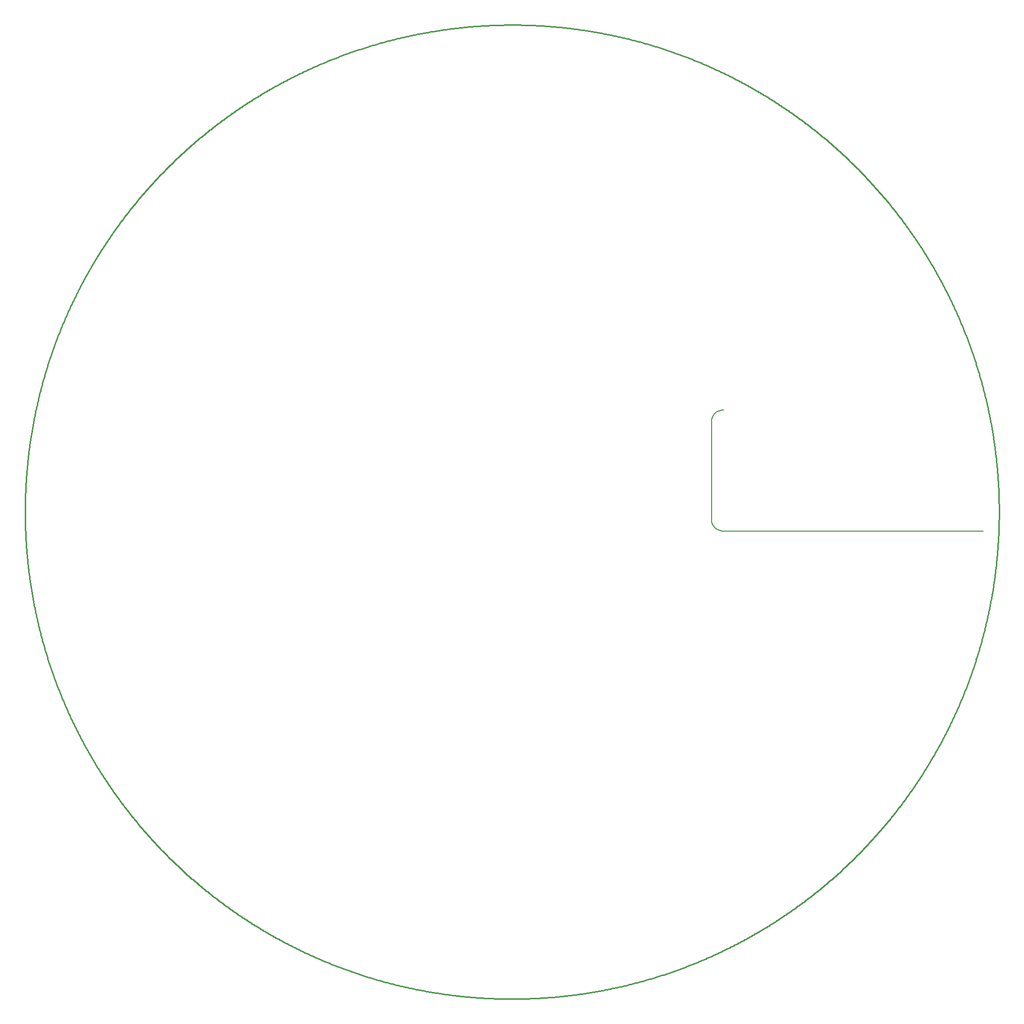
<source format=gko>
%FSLAX44Y44*%
%MOMM*%
G71*
G01*
G75*
G04 Layer_Color=16711935*
%ADD10C,0.2540*%
%ADD11C,4.5720*%
%ADD12C,1.2700*%
%ADD13C,6.3500*%
%ADD14C,3.8100*%
%ADD15C,5.0800*%
%ADD16C,3.0000*%
%ADD17C,2.1590*%
%ADD18R,2.1590X2.1590*%
%ADD19R,2.1590X2.1590*%
%ADD20R,3.0000X3.0000*%
%ADD21R,3.0000X3.0000*%
%ADD22C,5.0000*%
%ADD23C,4.5000*%
%ADD24O,4.0000X5.0000*%
%ADD25C,4.0000*%
%ADD26C,3.8100*%
%ADD27C,5.0800*%
%ADD28C,4.5720*%
%ADD29C,2.1590*%
%ADD30C,3.5560*%
%ADD31C,0.7620*%
%ADD32C,2.7940*%
%ADD33C,5.5880*%
%ADD34C,5.5800*%
%ADD35C,2.5400*%
%ADD36R,49.3776X21.0058*%
%ADD37C,0.2032*%
D10*
X3771900Y2540000D02*
X3771896Y2542540D01*
X3771885Y2545079D01*
X3771866Y2547619D01*
X3771839Y2550158D01*
X3771805Y2552697D01*
X3771763Y2555237D01*
X3771714Y2557776D01*
X3771657Y2560315D01*
X3771593Y2562853D01*
X3771521Y2565392D01*
X3771441Y2567930D01*
X3771354Y2570468D01*
X3771259Y2573006D01*
X3771157Y2575544D01*
X3771046Y2578081D01*
X3770929Y2580618D01*
X3770804Y2583154D01*
X3770671Y2585690D01*
X3770531Y2588226D01*
X3770383Y2590761D01*
X3770227Y2593296D01*
X3770064Y2595830D01*
X3769894Y2598364D01*
X3769716Y2600898D01*
X3769530Y2603430D01*
X3769337Y2605963D01*
X3769136Y2608494D01*
X3768927Y2611025D01*
X3768712Y2613555D01*
X3768488Y2616085D01*
X3768257Y2618614D01*
X3768018Y2621142D01*
X3767772Y2623670D01*
X3767518Y2626197D01*
X3767257Y2628723D01*
X3766988Y2631248D01*
X3766712Y2633773D01*
X3766428Y2636296D01*
X3766136Y2638819D01*
X3765837Y2641341D01*
X3765531Y2643862D01*
X3765217Y2646382D01*
X3764895Y2648901D01*
X3764566Y2651419D01*
X3764229Y2653936D01*
X3763885Y2656453D01*
X3763533Y2658968D01*
X3763174Y2661482D01*
X3762807Y2663995D01*
X3762433Y2666507D01*
X3762051Y2669017D01*
X3761662Y2671527D01*
X3761266Y2674035D01*
X3760862Y2676542D01*
X3760450Y2679048D01*
X3760031Y2681553D01*
X3759604Y2684056D01*
X3759170Y2686559D01*
X3758728Y2689059D01*
X3758279Y2691559D01*
X3757823Y2694057D01*
X3757358Y2696554D01*
X3756887Y2699049D01*
X3756408Y2701544D01*
X3755922Y2704036D01*
X3755428Y2706527D01*
X3754926Y2709017D01*
X3754418Y2711505D01*
X3753902Y2713991D01*
X3753378Y2716476D01*
X3752847Y2718960D01*
X3752309Y2721442D01*
X3751763Y2723922D01*
X3751210Y2726400D01*
X3750649Y2728877D01*
X3750081Y2731353D01*
X3749506Y2733826D01*
X3748923Y2736298D01*
X3748333Y2738768D01*
X3747735Y2741236D01*
X3747130Y2743703D01*
X3746518Y2746167D01*
X3745898Y2748630D01*
X3745272Y2751091D01*
X3744637Y2753550D01*
X3743995Y2756007D01*
X3743346Y2758463D01*
X3742690Y2760916D01*
X3742026Y2763367D01*
X3741355Y2765816D01*
X3740677Y2768264D01*
X3739991Y2770709D01*
X3739298Y2773152D01*
X3738598Y2775593D01*
X3737891Y2778032D01*
X3737176Y2780469D01*
X3736454Y2782904D01*
X3735724Y2785336D01*
X3734988Y2787767D01*
X3734244Y2790195D01*
X3733493Y2792621D01*
X3732734Y2795045D01*
X3731969Y2797466D01*
X3731196Y2799885D01*
X3730416Y2802302D01*
X3729628Y2804716D01*
X3728834Y2807129D01*
X3728032Y2809538D01*
X3727223Y2811945D01*
X3726407Y2814350D01*
X3725584Y2816753D01*
X3724753Y2819153D01*
X3723916Y2821550D01*
X3723071Y2823945D01*
X3722219Y2826338D01*
X3721360Y2828727D01*
X3720494Y2831115D01*
X3719621Y2833499D01*
X3718740Y2835881D01*
X3717852Y2838261D01*
X3716958Y2840638D01*
X3716056Y2843012D01*
X3715147Y2845383D01*
X3714231Y2847752D01*
X3713308Y2850117D01*
X3712378Y2852481D01*
X3711441Y2854841D01*
X3710497Y2857199D01*
X3709546Y2859554D01*
X3708587Y2861905D01*
X3707622Y2864254D01*
X3706650Y2866600D01*
X3705670Y2868943D01*
X3704684Y2871284D01*
X3703691Y2873621D01*
X3702691Y2875955D01*
X3701683Y2878286D01*
X3700669Y2880615D01*
X3699648Y2882940D01*
X3698620Y2885262D01*
X3697585Y2887581D01*
X3696543Y2889897D01*
X3695494Y2892210D01*
X3694438Y2894520D01*
X3693376Y2896826D01*
X3692306Y2899130D01*
X3691230Y2901430D01*
X3690146Y2903727D01*
X3689056Y2906021D01*
X3687959Y2908311D01*
X3686855Y2910598D01*
X3685745Y2912882D01*
X3684627Y2915162D01*
X3683503Y2917440D01*
X3682372Y2919713D01*
X3681234Y2921984D01*
X3680089Y2924251D01*
X3678938Y2926514D01*
X3677780Y2928774D01*
X3676615Y2931031D01*
X3675443Y2933284D01*
X3674265Y2935534D01*
X3673080Y2937780D01*
X3671888Y2940022D01*
X3670690Y2942261D01*
X3669484Y2944497D01*
X3668272Y2946729D01*
X3667054Y2948957D01*
X3665829Y2951181D01*
X3664597Y2953402D01*
X3663358Y2955619D01*
X3662114Y2957833D01*
X3660862Y2960042D01*
X3659604Y2962248D01*
X3658339Y2964450D01*
X3657067Y2966649D01*
X3655789Y2968843D01*
X3654505Y2971034D01*
X3653214Y2973221D01*
X3651916Y2975404D01*
X3650612Y2977583D01*
X3649301Y2979758D01*
X3647984Y2981930D01*
X3646660Y2984097D01*
X3645331Y2986260D01*
X3643994Y2988420D01*
X3642651Y2990575D01*
X3641302Y2992727D01*
X3639946Y2994874D01*
X3638583Y2997017D01*
X3637215Y2999156D01*
X3635840Y3001292D01*
X3634458Y3003423D01*
X3633071Y3005550D01*
X3631677Y3007672D01*
X3630276Y3009791D01*
X3628869Y3011905D01*
X3627456Y3014015D01*
X3626037Y3016121D01*
X3624611Y3018223D01*
X3623179Y3020320D01*
X3621741Y3022413D01*
X3620297Y3024502D01*
X3618846Y3026587D01*
X3617389Y3028667D01*
X3615926Y3030742D01*
X3614456Y3032814D01*
X3612981Y3034881D01*
X3611500Y3036943D01*
X3610012Y3039001D01*
X3608518Y3041055D01*
X3607018Y3043104D01*
X3605511Y3045149D01*
X3603999Y3047189D01*
X3602481Y3049225D01*
X3600956Y3051256D01*
X3599426Y3053282D01*
X3597889Y3055304D01*
X3596347Y3057322D01*
X3594798Y3059335D01*
X3593243Y3061343D01*
X3591683Y3063346D01*
X3590116Y3065345D01*
X3588543Y3067339D01*
X3586965Y3069328D01*
X3585381Y3071313D01*
X3583790Y3073293D01*
X3582194Y3075268D01*
X3580592Y3077238D01*
X3578983Y3079204D01*
X3577370Y3081165D01*
X3575750Y3083121D01*
X3574124Y3085072D01*
X3572493Y3087018D01*
X3570856Y3088960D01*
X3569213Y3090896D01*
X3567564Y3092827D01*
X3565909Y3094754D01*
X3564249Y3096676D01*
X3562583Y3098593D01*
X3560911Y3100504D01*
X3559233Y3102411D01*
X3557550Y3104313D01*
X3555862Y3106209D01*
X3554167Y3108101D01*
X3552467Y3109987D01*
X3550761Y3111869D01*
X3549050Y3113745D01*
X3547332Y3115616D01*
X3545610Y3117482D01*
X3543882Y3119343D01*
X3542148Y3121199D01*
X3540409Y3123050D01*
X3538664Y3124895D01*
X3536914Y3126735D01*
X3535158Y3128570D01*
X3533397Y3130399D01*
X3531630Y3132224D01*
X3529858Y3134043D01*
X3528081Y3135857D01*
X3526298Y3137665D01*
X3524509Y3139468D01*
X3522715Y3141266D01*
X3520916Y3143058D01*
X3519112Y3144845D01*
X3517302Y3146627D01*
X3515487Y3148403D01*
X3513667Y3150174D01*
X3511841Y3151939D01*
X3510010Y3153699D01*
X3508174Y3155453D01*
X3506332Y3157202D01*
X3504486Y3158946D01*
X3502634Y3160684D01*
X3500777Y3162416D01*
X3498915Y3164142D01*
X3497047Y3165864D01*
X3495175Y3167579D01*
X3493297Y3169289D01*
X3491415Y3170994D01*
X3489527Y3172692D01*
X3487634Y3174385D01*
X3485736Y3176073D01*
X3483833Y3177755D01*
X3481925Y3179431D01*
X3480012Y3181101D01*
X3478094Y3182766D01*
X3476172Y3184425D01*
X3474244Y3186078D01*
X3472311Y3187725D01*
X3470373Y3189367D01*
X3468430Y3191003D01*
X3466483Y3192632D01*
X3464531Y3194257D01*
X3462574Y3195875D01*
X3460612Y3197487D01*
X3458645Y3199094D01*
X3456673Y3200695D01*
X3454697Y3202289D01*
X3452716Y3203878D01*
X3450730Y3205461D01*
X3448739Y3207038D01*
X3446744Y3208610D01*
X3444744Y3210175D01*
X3442740Y3211734D01*
X3440730Y3213287D01*
X3438716Y3214834D01*
X3436698Y3216375D01*
X3434675Y3217910D01*
X3432647Y3219439D01*
X3430615Y3220962D01*
X3428578Y3222479D01*
X3426537Y3223990D01*
X3424491Y3225494D01*
X3422440Y3226993D01*
X3420386Y3228485D01*
X3418326Y3229972D01*
X3416263Y3231452D01*
X3414195Y3232926D01*
X3412122Y3234393D01*
X3410045Y3235855D01*
X3407964Y3237310D01*
X3405879Y3238759D01*
X3403789Y3240202D01*
X3401695Y3241639D01*
X3399596Y3243069D01*
X3397493Y3244493D01*
X3395386Y3245911D01*
X3393275Y3247323D01*
X3391160Y3248728D01*
X3389040Y3250127D01*
X3386917Y3251519D01*
X3384789Y3252905D01*
X3382657Y3254285D01*
X3380521Y3255659D01*
X3378380Y3257026D01*
X3376236Y3258386D01*
X3374088Y3259741D01*
X3371935Y3261088D01*
X3369779Y3262430D01*
X3367618Y3263765D01*
X3365454Y3265093D01*
X3363286Y3266415D01*
X3361113Y3267730D01*
X3358937Y3269040D01*
X3356757Y3270342D01*
X3354573Y3271638D01*
X3352385Y3272928D01*
X3350193Y3274211D01*
X3347998Y3275487D01*
X3345798Y3276757D01*
X3343595Y3278020D01*
X3341389Y3279276D01*
X3339178Y3280526D01*
X3336964Y3281770D01*
X3334745Y3283007D01*
X3332523Y3284237D01*
X3330298Y3285460D01*
X3328069Y3286677D01*
X3325836Y3287887D01*
X3323600Y3289091D01*
X3321360Y3290287D01*
X3319117Y3291478D01*
X3316870Y3292661D01*
X3314619Y3293838D01*
X3312365Y3295008D01*
X3310108Y3296171D01*
X3307847Y3297328D01*
X3305583Y3298477D01*
X3303315Y3299620D01*
X3301043Y3300757D01*
X3298769Y3301886D01*
X3296491Y3303008D01*
X3294209Y3304124D01*
X3291925Y3305233D01*
X3289637Y3306335D01*
X3287346Y3307430D01*
X3285051Y3308519D01*
X3282754Y3309600D01*
X3280453Y3310675D01*
X3278148Y3311743D01*
X3275841Y3312804D01*
X3273531Y3313858D01*
X3271217Y3314905D01*
X3268900Y3315945D01*
X3266581Y3316978D01*
X3264258Y3318004D01*
X3261932Y3319024D01*
X3259603Y3320036D01*
X3257271Y3321042D01*
X3254936Y3322040D01*
X3252598Y3323032D01*
X3250257Y3324016D01*
X3247913Y3324994D01*
X3245566Y3325964D01*
X3243217Y3326928D01*
X3240864Y3327885D01*
X3238509Y3328834D01*
X3236151Y3329776D01*
X3233790Y3330712D01*
X3231426Y3331640D01*
X3229059Y3332561D01*
X3226690Y3333475D01*
X3224318Y3334382D01*
X3221943Y3335282D01*
X3219566Y3336175D01*
X3217186Y3337061D01*
X3214803Y3337939D01*
X3212418Y3338811D01*
X3210030Y3339676D01*
X3207640Y3340533D01*
X3205247Y3341383D01*
X3202851Y3342226D01*
X3200453Y3343062D01*
X3198053Y3343890D01*
X3195650Y3344712D01*
X3193244Y3345526D01*
X3190836Y3346333D01*
X3188426Y3347133D01*
X3186013Y3347926D01*
X3183599Y3348711D01*
X3181181Y3349489D01*
X3178762Y3350261D01*
X3176340Y3351024D01*
X3173915Y3351781D01*
X3171489Y3352530D01*
X3169060Y3353272D01*
X3166630Y3354007D01*
X3164196Y3354734D01*
X3161761Y3355455D01*
X3159324Y3356168D01*
X3156884Y3356873D01*
X3154443Y3357572D01*
X3151999Y3358263D01*
X3149553Y3358947D01*
X3147105Y3359623D01*
X3144656Y3360292D01*
X3142204Y3360954D01*
X3139750Y3361609D01*
X3137295Y3362256D01*
X3134837Y3362896D01*
X3132378Y3363528D01*
X3129916Y3364154D01*
X3127453Y3364771D01*
X3124988Y3365382D01*
X3122521Y3365985D01*
X3120052Y3366581D01*
X3117582Y3367169D01*
X3115110Y3367750D01*
X3112636Y3368323D01*
X3110160Y3368890D01*
X3107683Y3369449D01*
X3105204Y3370000D01*
X3102723Y3370544D01*
X3100241Y3371080D01*
X3097758Y3371609D01*
X3095272Y3372131D01*
X3092785Y3372645D01*
X3090297Y3373152D01*
X3087807Y3373651D01*
X3085316Y3374143D01*
X3082823Y3374628D01*
X3080328Y3375105D01*
X3077833Y3375575D01*
X3075335Y3376037D01*
X3072837Y3376491D01*
X3070337Y3376939D01*
X3067836Y3377379D01*
X3065334Y3377811D01*
X3062830Y3378235D01*
X3060325Y3378653D01*
X3057819Y3379063D01*
X3055311Y3379465D01*
X3052803Y3379860D01*
X3050293Y3380247D01*
X3047782Y3380627D01*
X3045270Y3380999D01*
X3042757Y3381364D01*
X3040242Y3381721D01*
X3037727Y3382071D01*
X3035211Y3382414D01*
X3032693Y3382748D01*
X3030175Y3383076D01*
X3027656Y3383395D01*
X3025135Y3383708D01*
X3022614Y3384012D01*
X3020092Y3384309D01*
X3017569Y3384599D01*
X3015045Y3384881D01*
X3012521Y3385156D01*
X3009995Y3385422D01*
X3007469Y3385682D01*
X3004942Y3385934D01*
X3002414Y3386178D01*
X2999886Y3386415D01*
X2997357Y3386644D01*
X2994827Y3386866D01*
X2992296Y3387080D01*
X2989765Y3387286D01*
X2987234Y3387485D01*
X2984701Y3387677D01*
X2982169Y3387861D01*
X2979635Y3388037D01*
X2977101Y3388206D01*
X2974567Y3388367D01*
X2972032Y3388521D01*
X2969496Y3388666D01*
X2966961Y3388805D01*
X2964425Y3388936D01*
X2961888Y3389059D01*
X2959351Y3389174D01*
X2956814Y3389283D01*
X2954277Y3389383D01*
X2951739Y3389476D01*
X2949201Y3389561D01*
X2946662Y3389639D01*
X2944124Y3389709D01*
X2941585Y3389772D01*
X2939046Y3389827D01*
X2936507Y3389875D01*
X2933968Y3389914D01*
X2931429Y3389947D01*
X2928889Y3389971D01*
X2926350Y3389988D01*
X2923810Y3389998D01*
X2921271Y3390000D01*
X2918731Y3389994D01*
X2916192Y3389981D01*
X2913652Y3389960D01*
X2911113Y3389932D01*
X2908574Y3389896D01*
X2906035Y3389852D01*
X2903495Y3389801D01*
X2900957Y3389742D01*
X2898418Y3389676D01*
X2895880Y3389602D01*
X2893341Y3389520D01*
X2890804Y3389431D01*
X2888266Y3389334D01*
X2885728Y3389230D01*
X2883191Y3389118D01*
X2880655Y3388999D01*
X2878118Y3388872D01*
X2875582Y3388737D01*
X2873047Y3388595D01*
X2870512Y3388445D01*
X2867977Y3388288D01*
X2865443Y3388123D01*
X2862909Y3387950D01*
X2860376Y3387770D01*
X2857844Y3387583D01*
X2855312Y3387388D01*
X2852780Y3387185D01*
X2850249Y3386975D01*
X2847719Y3386757D01*
X2845190Y3386531D01*
X2842661Y3386299D01*
X2840133Y3386058D01*
X2837605Y3385810D01*
X2835079Y3385554D01*
X2832553Y3385291D01*
X2830028Y3385020D01*
X2827504Y3384742D01*
X2824980Y3384456D01*
X2822458Y3384163D01*
X2819936Y3383862D01*
X2817415Y3383554D01*
X2814896Y3383238D01*
X2812377Y3382914D01*
X2809859Y3382583D01*
X2807342Y3382245D01*
X2804826Y3381899D01*
X2802311Y3381545D01*
X2799798Y3381184D01*
X2797285Y3380816D01*
X2794774Y3380440D01*
X2792263Y3380056D01*
X2789754Y3379665D01*
X2787246Y3379266D01*
X2784739Y3378860D01*
X2782234Y3378447D01*
X2779729Y3378026D01*
X2777226Y3377597D01*
X2774724Y3377161D01*
X2772224Y3376718D01*
X2769724Y3376267D01*
X2767227Y3375809D01*
X2764730Y3375343D01*
X2762235Y3374870D01*
X2759742Y3374389D01*
X2757249Y3373900D01*
X2754759Y3373405D01*
X2752270Y3372902D01*
X2749782Y3372391D01*
X2747296Y3371873D01*
X2744811Y3371348D01*
X2742328Y3370815D01*
X2739847Y3370275D01*
X2737367Y3369727D01*
X2734889Y3369172D01*
X2732412Y3368610D01*
X2729938Y3368040D01*
X2727465Y3367463D01*
X2724993Y3366878D01*
X2722524Y3366286D01*
X2720056Y3365687D01*
X2717590Y3365080D01*
X2715126Y3364466D01*
X2712664Y3363845D01*
X2710203Y3363216D01*
X2707745Y3362580D01*
X2705288Y3361936D01*
X2702833Y3361285D01*
X2700381Y3360627D01*
X2697930Y3359962D01*
X2695481Y3359289D01*
X2693034Y3358609D01*
X2690590Y3357921D01*
X2688147Y3357227D01*
X2685706Y3356525D01*
X2683268Y3355815D01*
X2680832Y3355099D01*
X2678398Y3354375D01*
X2675966Y3353644D01*
X2673536Y3352905D01*
X2671108Y3352160D01*
X2668683Y3351407D01*
X2666260Y3350647D01*
X2663839Y3349879D01*
X2661420Y3349105D01*
X2659004Y3348323D01*
X2656590Y3347534D01*
X2654179Y3346737D01*
X2651770Y3345934D01*
X2649363Y3345123D01*
X2646959Y3344306D01*
X2644557Y3343481D01*
X2642158Y3342648D01*
X2639761Y3341809D01*
X2637367Y3340963D01*
X2634975Y3340109D01*
X2632586Y3339248D01*
X2630199Y3338380D01*
X2627816Y3337505D01*
X2625434Y3336623D01*
X2623055Y3335734D01*
X2620679Y3334837D01*
X2618306Y3333934D01*
X2615935Y3333023D01*
X2613567Y3332105D01*
X2611202Y3331181D01*
X2608840Y3330249D01*
X2606480Y3329310D01*
X2604124Y3328364D01*
X2601769Y3327411D01*
X2599418Y3326451D01*
X2597070Y3325484D01*
X2594725Y3324510D01*
X2592383Y3323529D01*
X2590043Y3322541D01*
X2587707Y3321546D01*
X2585373Y3320544D01*
X2583043Y3319536D01*
X2580715Y3318520D01*
X2578391Y3317497D01*
X2576069Y3316467D01*
X2573751Y3315430D01*
X2571436Y3314387D01*
X2569124Y3313336D01*
X2566815Y3312279D01*
X2564509Y3311215D01*
X2562207Y3310143D01*
X2559907Y3309065D01*
X2557611Y3307980D01*
X2555318Y3306888D01*
X2553029Y3305790D01*
X2550742Y3304684D01*
X2548459Y3303572D01*
X2546180Y3302453D01*
X2543904Y3301327D01*
X2541631Y3300194D01*
X2539361Y3299055D01*
X2537095Y3297908D01*
X2534832Y3296755D01*
X2532573Y3295596D01*
X2530318Y3294429D01*
X2528065Y3293256D01*
X2525817Y3292076D01*
X2523571Y3290889D01*
X2521330Y3289696D01*
X2519092Y3288495D01*
X2516857Y3287289D01*
X2514626Y3286075D01*
X2512399Y3284855D01*
X2510176Y3283628D01*
X2507956Y3282395D01*
X2505740Y3281155D01*
X2503527Y3279908D01*
X2501318Y3278655D01*
X2499113Y3277395D01*
X2496912Y3276129D01*
X2494715Y3274856D01*
X2492521Y3273576D01*
X2490332Y3272290D01*
X2488146Y3270997D01*
X2485963Y3269698D01*
X2483785Y3268393D01*
X2481611Y3267080D01*
X2479441Y3265762D01*
X2477274Y3264436D01*
X2475112Y3263105D01*
X2472954Y3261767D01*
X2470799Y3260422D01*
X2468649Y3259071D01*
X2466503Y3257714D01*
X2464360Y3256350D01*
X2462222Y3254980D01*
X2460088Y3253604D01*
X2457958Y3252220D01*
X2455832Y3250831D01*
X2453711Y3249436D01*
X2451593Y3248034D01*
X2449480Y3246625D01*
X2447371Y3245211D01*
X2445266Y3243790D01*
X2443166Y3242363D01*
X2441069Y3240929D01*
X2438977Y3239490D01*
X2436890Y3238044D01*
X2434806Y3236591D01*
X2432727Y3235133D01*
X2430653Y3233669D01*
X2428582Y3232198D01*
X2426517Y3230721D01*
X2424455Y3229238D01*
X2422398Y3227748D01*
X2420346Y3226253D01*
X2418297Y3224751D01*
X2416254Y3223244D01*
X2414215Y3221730D01*
X2412180Y3220210D01*
X2410150Y3218684D01*
X2408125Y3217152D01*
X2406104Y3215614D01*
X2404088Y3214070D01*
X2402076Y3212520D01*
X2400069Y3210964D01*
X2398067Y3209402D01*
X2396069Y3207834D01*
X2394077Y3206260D01*
X2392088Y3204680D01*
X2390105Y3203094D01*
X2388126Y3201502D01*
X2386152Y3199904D01*
X2384182Y3198301D01*
X2382218Y3196691D01*
X2380258Y3195076D01*
X2378304Y3193455D01*
X2376354Y3191828D01*
X2374409Y3190195D01*
X2372468Y3188556D01*
X2370533Y3186912D01*
X2368603Y3185261D01*
X2366677Y3183605D01*
X2364757Y3181943D01*
X2362841Y3180276D01*
X2360931Y3178603D01*
X2359025Y3176924D01*
X2357125Y3175239D01*
X2355229Y3173549D01*
X2353339Y3171853D01*
X2351454Y3170151D01*
X2349573Y3168444D01*
X2347698Y3166732D01*
X2345828Y3165013D01*
X2343963Y3163289D01*
X2342104Y3161559D01*
X2340249Y3159825D01*
X2338400Y3158084D01*
X2336556Y3156338D01*
X2334717Y3154586D01*
X2332883Y3152829D01*
X2331055Y3151066D01*
X2329232Y3149298D01*
X2327414Y3147525D01*
X2325602Y3145746D01*
X2323794Y3143961D01*
X2321992Y3142172D01*
X2320196Y3140377D01*
X2318405Y3138576D01*
X2316619Y3136771D01*
X2314839Y3134959D01*
X2313064Y3133143D01*
X2311294Y3131321D01*
X2309530Y3129494D01*
X2307772Y3127662D01*
X2306019Y3125825D01*
X2304271Y3123982D01*
X2302529Y3122134D01*
X2300793Y3120280D01*
X2299062Y3118422D01*
X2297336Y3116559D01*
X2295616Y3114690D01*
X2293902Y3112816D01*
X2292193Y3110938D01*
X2290490Y3109054D01*
X2288793Y3107164D01*
X2287101Y3105270D01*
X2285415Y3103371D01*
X2283735Y3101467D01*
X2282060Y3099558D01*
X2280391Y3097643D01*
X2278728Y3095724D01*
X2277070Y3093800D01*
X2275419Y3091871D01*
X2273772Y3089937D01*
X2272132Y3087998D01*
X2270498Y3086054D01*
X2268869Y3084106D01*
X2267247Y3082152D01*
X2265630Y3080194D01*
X2264019Y3078231D01*
X2262413Y3076263D01*
X2260814Y3074290D01*
X2259221Y3072312D01*
X2257633Y3070330D01*
X2256052Y3068343D01*
X2254476Y3066351D01*
X2252906Y3064354D01*
X2251343Y3062353D01*
X2249785Y3060347D01*
X2248233Y3058337D01*
X2246688Y3056322D01*
X2245148Y3054302D01*
X2243614Y3052278D01*
X2242087Y3050249D01*
X2240565Y3048216D01*
X2239050Y3046178D01*
X2237541Y3044135D01*
X2236037Y3042088D01*
X2234540Y3040037D01*
X2233049Y3037981D01*
X2231565Y3035920D01*
X2230086Y3033856D01*
X2228614Y3031786D01*
X2227147Y3029713D01*
X2225687Y3027635D01*
X2224233Y3025553D01*
X2222786Y3023466D01*
X2221344Y3021375D01*
X2219909Y3019280D01*
X2218480Y3017180D01*
X2217058Y3015076D01*
X2215642Y3012968D01*
X2214232Y3010856D01*
X2212828Y3008740D01*
X2211431Y3006619D01*
X2210040Y3004494D01*
X2208655Y3002365D01*
X2207277Y3000232D01*
X2205905Y2998095D01*
X2204539Y2995953D01*
X2203180Y2993808D01*
X2201828Y2991659D01*
X2200481Y2989505D01*
X2199142Y2987348D01*
X2197808Y2985186D01*
X2196481Y2983021D01*
X2195161Y2980852D01*
X2193847Y2978678D01*
X2192539Y2976501D01*
X2191239Y2974320D01*
X2189944Y2972135D01*
X2188656Y2969946D01*
X2187375Y2967753D01*
X2186100Y2965557D01*
X2184832Y2963357D01*
X2183570Y2961152D01*
X2182315Y2958945D01*
X2181067Y2956733D01*
X2179825Y2954518D01*
X2178590Y2952299D01*
X2177361Y2950076D01*
X2176140Y2947850D01*
X2174924Y2945620D01*
X2173716Y2943386D01*
X2172514Y2941149D01*
X2171319Y2938908D01*
X2170130Y2936664D01*
X2168948Y2934416D01*
X2167773Y2932164D01*
X2166605Y2929909D01*
X2165443Y2927651D01*
X2164288Y2925389D01*
X2163140Y2923124D01*
X2161999Y2920855D01*
X2160865Y2918583D01*
X2159737Y2916307D01*
X2158616Y2914029D01*
X2157502Y2911746D01*
X2156394Y2909461D01*
X2155294Y2907172D01*
X2154200Y2904880D01*
X2153114Y2902585D01*
X2152034Y2900286D01*
X2150961Y2897984D01*
X2149895Y2895679D01*
X2148835Y2893371D01*
X2147783Y2891060D01*
X2146738Y2888745D01*
X2145699Y2886428D01*
X2144667Y2884107D01*
X2143643Y2881783D01*
X2142625Y2879456D01*
X2141614Y2877126D01*
X2140611Y2874794D01*
X2139614Y2872458D01*
X2138624Y2870119D01*
X2137641Y2867777D01*
X2136665Y2865432D01*
X2135696Y2863085D01*
X2134735Y2860735D01*
X2133780Y2858381D01*
X2132832Y2856025D01*
X2131891Y2853666D01*
X2130958Y2851304D01*
X2130031Y2848940D01*
X2129112Y2846572D01*
X2128199Y2844202D01*
X2127294Y2841830D01*
X2126396Y2839454D01*
X2125504Y2837076D01*
X2124620Y2834695D01*
X2123743Y2832312D01*
X2122874Y2829926D01*
X2122011Y2827537D01*
X2121155Y2825146D01*
X2120307Y2822752D01*
X2119466Y2820356D01*
X2118632Y2817957D01*
X2117805Y2815556D01*
X2116985Y2813152D01*
X2116173Y2810746D01*
X2115367Y2808337D01*
X2114569Y2805927D01*
X2113778Y2803513D01*
X2112995Y2801097D01*
X2112218Y2798680D01*
X2111449Y2796259D01*
X2110687Y2793837D01*
X2109932Y2791412D01*
X2109184Y2788985D01*
X2108444Y2786555D01*
X2107711Y2784124D01*
X2106985Y2781690D01*
X2106267Y2779254D01*
X2105556Y2776816D01*
X2104852Y2774376D01*
X2104155Y2771934D01*
X2103466Y2769489D01*
X2102784Y2767043D01*
X2102109Y2764595D01*
X2101442Y2762144D01*
X2100782Y2759692D01*
X2100129Y2757238D01*
X2099483Y2754781D01*
X2098845Y2752323D01*
X2098215Y2749863D01*
X2097591Y2747401D01*
X2096975Y2744937D01*
X2096367Y2742472D01*
X2095766Y2740004D01*
X2095172Y2737535D01*
X2094585Y2735064D01*
X2094006Y2732592D01*
X2093434Y2730117D01*
X2092870Y2727641D01*
X2092313Y2725163D01*
X2091763Y2722684D01*
X2091221Y2720203D01*
X2090687Y2717720D01*
X2090159Y2715236D01*
X2089639Y2712750D01*
X2089127Y2710262D01*
X2088622Y2707773D01*
X2088125Y2705283D01*
X2087634Y2702791D01*
X2087152Y2700298D01*
X2086676Y2697803D01*
X2086209Y2695307D01*
X2085748Y2692809D01*
X2085296Y2690310D01*
X2084850Y2687810D01*
X2084412Y2685309D01*
X2083982Y2682805D01*
X2083559Y2680302D01*
X2083144Y2677796D01*
X2082736Y2675289D01*
X2082335Y2672781D01*
X2081942Y2670273D01*
X2081557Y2667762D01*
X2081179Y2665251D01*
X2080808Y2662738D01*
X2080445Y2660225D01*
X2080090Y2657710D01*
X2079742Y2655195D01*
X2079402Y2652678D01*
X2079069Y2650160D01*
X2078743Y2647641D01*
X2078425Y2645122D01*
X2078115Y2642601D01*
X2077812Y2640080D01*
X2077517Y2637557D01*
X2077229Y2635034D01*
X2076949Y2632510D01*
X2076676Y2629985D01*
X2076411Y2627459D01*
X2076154Y2624933D01*
X2075904Y2622405D01*
X2075661Y2619877D01*
X2075427Y2617349D01*
X2075199Y2614819D01*
X2074980Y2612289D01*
X2074767Y2609758D01*
X2074563Y2607227D01*
X2074366Y2604695D01*
X2074176Y2602162D01*
X2073994Y2599629D01*
X2073820Y2597096D01*
X2073653Y2594561D01*
X2073494Y2592027D01*
X2073342Y2589492D01*
X2073198Y2586956D01*
X2073062Y2584420D01*
X2072932Y2581884D01*
X2072811Y2579347D01*
X2072697Y2576810D01*
X2072591Y2574273D01*
X2072493Y2571735D01*
X2072402Y2569197D01*
X2072318Y2566659D01*
X2072242Y2564120D01*
X2072174Y2561581D01*
X2072113Y2559043D01*
X2072060Y2556503D01*
X2072015Y2553964D01*
X2071977Y2551425D01*
X2071946Y2548885D01*
X2071924Y2546346D01*
X2071909Y2543806D01*
X2071901Y2541267D01*
X2071901Y2538727D01*
X2071909Y2536187D01*
X2071924Y2533648D01*
X2071947Y2531108D01*
X2071977Y2528569D01*
X2072015Y2526030D01*
X2072060Y2523490D01*
X2072113Y2520951D01*
X2072174Y2518412D01*
X2072242Y2515874D01*
X2072318Y2513335D01*
X2072402Y2510797D01*
X2072493Y2508259D01*
X2072592Y2505721D01*
X2072698Y2503184D01*
X2072811Y2500647D01*
X2072933Y2498110D01*
X2073062Y2495574D01*
X2073198Y2493038D01*
X2073342Y2490502D01*
X2073494Y2487967D01*
X2073653Y2485432D01*
X2073820Y2482898D01*
X2073995Y2480365D01*
X2074176Y2477832D01*
X2074366Y2475299D01*
X2074563Y2472767D01*
X2074768Y2470236D01*
X2074980Y2467705D01*
X2075200Y2465175D01*
X2075427Y2462645D01*
X2075662Y2460117D01*
X2075905Y2457589D01*
X2076154Y2455061D01*
X2076412Y2452535D01*
X2076677Y2450009D01*
X2076950Y2447484D01*
X2077230Y2444960D01*
X2077518Y2442437D01*
X2077813Y2439914D01*
X2078116Y2437393D01*
X2078426Y2434872D01*
X2078744Y2432352D01*
X2079069Y2429834D01*
X2079402Y2427316D01*
X2079743Y2424799D01*
X2080091Y2422284D01*
X2080446Y2419769D01*
X2080809Y2417256D01*
X2081180Y2414743D01*
X2081558Y2412232D01*
X2081943Y2409722D01*
X2082336Y2407213D01*
X2082737Y2404705D01*
X2083145Y2402198D01*
X2083560Y2399693D01*
X2083983Y2397188D01*
X2084413Y2394686D01*
X2084851Y2392184D01*
X2085297Y2389684D01*
X2085750Y2387185D01*
X2086210Y2384687D01*
X2086678Y2382191D01*
X2087153Y2379696D01*
X2087636Y2377203D01*
X2088126Y2374711D01*
X2088623Y2372221D01*
X2089128Y2369732D01*
X2089641Y2367244D01*
X2090161Y2364758D01*
X2090688Y2362274D01*
X2091223Y2359791D01*
X2091765Y2357310D01*
X2092314Y2354831D01*
X2092871Y2352353D01*
X2093436Y2349877D01*
X2094007Y2347402D01*
X2094586Y2344930D01*
X2095173Y2342459D01*
X2095767Y2339990D01*
X2096368Y2337522D01*
X2096977Y2335057D01*
X2097593Y2332593D01*
X2098216Y2330131D01*
X2098847Y2327671D01*
X2099485Y2325213D01*
X2100130Y2322756D01*
X2100783Y2320302D01*
X2101443Y2317850D01*
X2102111Y2315399D01*
X2102785Y2312951D01*
X2103467Y2310505D01*
X2104157Y2308060D01*
X2104853Y2305618D01*
X2105557Y2303178D01*
X2106268Y2300740D01*
X2106987Y2298304D01*
X2107713Y2295870D01*
X2108446Y2293439D01*
X2109186Y2291010D01*
X2109934Y2288582D01*
X2110688Y2286158D01*
X2111451Y2283735D01*
X2112220Y2281315D01*
X2112996Y2278897D01*
X2113780Y2276481D01*
X2114571Y2274068D01*
X2115369Y2271657D01*
X2116175Y2269248D01*
X2116987Y2266842D01*
X2117807Y2264438D01*
X2118634Y2262037D01*
X2119468Y2259638D01*
X2120309Y2257242D01*
X2121158Y2254848D01*
X2122013Y2252457D01*
X2122876Y2250069D01*
X2123746Y2247683D01*
X2124622Y2245299D01*
X2125507Y2242918D01*
X2126398Y2240540D01*
X2127296Y2238165D01*
X2128201Y2235792D01*
X2129114Y2233422D01*
X2130033Y2231055D01*
X2130960Y2228690D01*
X2131894Y2226328D01*
X2132834Y2223969D01*
X2133782Y2221613D01*
X2134737Y2219260D01*
X2135699Y2216909D01*
X2136668Y2214562D01*
X2137643Y2212217D01*
X2138626Y2209875D01*
X2139616Y2207537D01*
X2140613Y2205201D01*
X2141617Y2202868D01*
X2142628Y2200538D01*
X2143645Y2198211D01*
X2144670Y2195888D01*
X2145701Y2193567D01*
X2146740Y2191249D01*
X2147785Y2188935D01*
X2148838Y2186624D01*
X2149897Y2184315D01*
X2150963Y2182010D01*
X2152036Y2179709D01*
X2153116Y2177410D01*
X2154203Y2175115D01*
X2155297Y2172823D01*
X2156397Y2170534D01*
X2157504Y2168248D01*
X2158618Y2165966D01*
X2159740Y2163687D01*
X2160867Y2161412D01*
X2162002Y2159140D01*
X2163143Y2156871D01*
X2164291Y2154606D01*
X2165446Y2152344D01*
X2166608Y2150085D01*
X2167776Y2147830D01*
X2168951Y2145579D01*
X2170133Y2143331D01*
X2171321Y2141087D01*
X2172517Y2138846D01*
X2173719Y2136609D01*
X2174927Y2134375D01*
X2176142Y2132145D01*
X2177364Y2129919D01*
X2178593Y2127696D01*
X2179828Y2125477D01*
X2181070Y2123262D01*
X2182318Y2121050D01*
X2183573Y2118842D01*
X2184835Y2116638D01*
X2186103Y2114438D01*
X2187378Y2112241D01*
X2188659Y2110049D01*
X2189947Y2107860D01*
X2191242Y2105675D01*
X2192543Y2103494D01*
X2193850Y2101317D01*
X2195164Y2099143D01*
X2196484Y2096974D01*
X2197811Y2094808D01*
X2199145Y2092647D01*
X2200484Y2090490D01*
X2201831Y2088336D01*
X2203183Y2086187D01*
X2204543Y2084041D01*
X2205908Y2081900D01*
X2207280Y2079763D01*
X2208658Y2077630D01*
X2210043Y2075501D01*
X2211434Y2073376D01*
X2212831Y2071255D01*
X2214235Y2069139D01*
X2215645Y2067027D01*
X2217061Y2064919D01*
X2218484Y2062815D01*
X2219913Y2060715D01*
X2221348Y2058620D01*
X2222789Y2056529D01*
X2224237Y2054442D01*
X2225691Y2052360D01*
X2227151Y2050282D01*
X2228617Y2048209D01*
X2230090Y2046139D01*
X2231568Y2044075D01*
X2233053Y2042014D01*
X2234544Y2039958D01*
X2236041Y2037907D01*
X2237544Y2035860D01*
X2239054Y2033817D01*
X2240569Y2031779D01*
X2242090Y2029746D01*
X2243618Y2027717D01*
X2245152Y2025693D01*
X2246691Y2023673D01*
X2248237Y2021658D01*
X2249789Y2019648D01*
X2251346Y2017642D01*
X2252910Y2015641D01*
X2254480Y2013644D01*
X2256055Y2011653D01*
X2257637Y2009666D01*
X2259225Y2007683D01*
X2260818Y2005706D01*
X2262417Y2003733D01*
X2264022Y2001765D01*
X2265634Y1999802D01*
X2267251Y1997843D01*
X2268873Y1995890D01*
X2270502Y1993941D01*
X2272136Y1991997D01*
X2273777Y1990058D01*
X2275423Y1988124D01*
X2277074Y1986195D01*
X2278732Y1984271D01*
X2280395Y1982352D01*
X2282064Y1980438D01*
X2283739Y1978528D01*
X2285419Y1976624D01*
X2287105Y1974725D01*
X2288797Y1972831D01*
X2290495Y1970942D01*
X2292198Y1969058D01*
X2293906Y1967179D01*
X2295621Y1965305D01*
X2297340Y1963437D01*
X2299066Y1961573D01*
X2300797Y1959715D01*
X2302533Y1957862D01*
X2304275Y1956014D01*
X2306023Y1954171D01*
X2307776Y1952334D01*
X2309535Y1950501D01*
X2311299Y1948674D01*
X2313068Y1946853D01*
X2314843Y1945036D01*
X2316623Y1943225D01*
X2318409Y1941419D01*
X2320200Y1939619D01*
X2321997Y1937824D01*
X2323799Y1936034D01*
X2325606Y1934250D01*
X2327418Y1932471D01*
X2329236Y1930697D01*
X2331059Y1928929D01*
X2332888Y1927167D01*
X2334721Y1925410D01*
X2336560Y1923658D01*
X2338404Y1921912D01*
X2340254Y1920171D01*
X2342108Y1918436D01*
X2343968Y1916707D01*
X2345833Y1914983D01*
X2347703Y1913264D01*
X2349578Y1911552D01*
X2351458Y1909844D01*
X2353343Y1908143D01*
X2355234Y1906447D01*
X2357129Y1904757D01*
X2359030Y1903072D01*
X2360935Y1901393D01*
X2362846Y1899720D01*
X2364761Y1898053D01*
X2366682Y1896391D01*
X2368607Y1894735D01*
X2370538Y1893085D01*
X2372473Y1891440D01*
X2374413Y1889801D01*
X2376358Y1888168D01*
X2378308Y1886541D01*
X2380263Y1884920D01*
X2382223Y1883305D01*
X2384187Y1881695D01*
X2386156Y1880092D01*
X2388131Y1878494D01*
X2390109Y1876902D01*
X2392093Y1875316D01*
X2394081Y1873736D01*
X2396074Y1872162D01*
X2398072Y1870594D01*
X2400074Y1869032D01*
X2402081Y1867476D01*
X2404093Y1865926D01*
X2406109Y1864382D01*
X2408130Y1862844D01*
X2410156Y1861312D01*
X2412186Y1859786D01*
X2414220Y1858266D01*
X2416260Y1856752D01*
X2418303Y1855244D01*
X2420352Y1853743D01*
X2422404Y1852247D01*
X2424461Y1850758D01*
X2426523Y1849275D01*
X2428589Y1847798D01*
X2430659Y1846327D01*
X2432734Y1844862D01*
X2434813Y1843404D01*
X2436896Y1841952D01*
X2438984Y1840506D01*
X2441076Y1839066D01*
X2443173Y1837632D01*
X2445273Y1836205D01*
X2447378Y1834784D01*
X2449487Y1833370D01*
X2451601Y1831961D01*
X2453718Y1830559D01*
X2455840Y1829164D01*
X2457966Y1827774D01*
X2460096Y1826391D01*
X2462230Y1825015D01*
X2464369Y1823645D01*
X2466511Y1822281D01*
X2468657Y1820923D01*
X2470808Y1819572D01*
X2472962Y1818228D01*
X2475121Y1816890D01*
X2477283Y1815558D01*
X2479450Y1814233D01*
X2481620Y1812914D01*
X2483795Y1811602D01*
X2485973Y1810296D01*
X2488155Y1808997D01*
X2490341Y1807704D01*
X2492531Y1806418D01*
X2494725Y1805139D01*
X2496922Y1803866D01*
X2499124Y1802599D01*
X2501329Y1801339D01*
X2503537Y1800086D01*
X2505750Y1798839D01*
X2507966Y1797599D01*
X2510186Y1796366D01*
X2512410Y1795139D01*
X2514637Y1793919D01*
X2516868Y1792705D01*
X2519103Y1791499D01*
X2521341Y1790298D01*
X2523583Y1789105D01*
X2525828Y1787918D01*
X2528077Y1786738D01*
X2530329Y1785565D01*
X2532585Y1784398D01*
X2534844Y1783239D01*
X2537107Y1782086D01*
X2539373Y1780939D01*
X2541643Y1779800D01*
X2543916Y1778667D01*
X2546192Y1777541D01*
X2548472Y1776422D01*
X2550755Y1775309D01*
X2553042Y1774204D01*
X2555331Y1773105D01*
X2557624Y1772014D01*
X2559921Y1770929D01*
X2562220Y1769850D01*
X2564523Y1768779D01*
X2566828Y1767715D01*
X2569137Y1766658D01*
X2571450Y1765607D01*
X2573765Y1764563D01*
X2576083Y1763527D01*
X2578405Y1762497D01*
X2580729Y1761474D01*
X2583057Y1760458D01*
X2585388Y1759449D01*
X2587721Y1758447D01*
X2590058Y1757452D01*
X2592397Y1756464D01*
X2594740Y1755483D01*
X2597085Y1754509D01*
X2599434Y1753542D01*
X2601785Y1752583D01*
X2604139Y1751630D01*
X2606496Y1750684D01*
X2608856Y1749745D01*
X2611218Y1748813D01*
X2613583Y1747888D01*
X2615952Y1746971D01*
X2618322Y1746060D01*
X2620696Y1745157D01*
X2623072Y1744260D01*
X2625451Y1743371D01*
X2627832Y1742489D01*
X2630216Y1741614D01*
X2632603Y1740746D01*
X2634992Y1739885D01*
X2637384Y1739031D01*
X2639779Y1738185D01*
X2642176Y1737345D01*
X2644575Y1736513D01*
X2646977Y1735688D01*
X2649381Y1734870D01*
X2651788Y1734060D01*
X2654197Y1733257D01*
X2656609Y1732460D01*
X2659023Y1731671D01*
X2661439Y1730889D01*
X2663858Y1730115D01*
X2666278Y1729347D01*
X2668702Y1728587D01*
X2671127Y1727834D01*
X2673555Y1727089D01*
X2675985Y1726350D01*
X2678417Y1725619D01*
X2680851Y1724895D01*
X2683288Y1724179D01*
X2685726Y1723470D01*
X2688167Y1722768D01*
X2690610Y1722073D01*
X2693055Y1721385D01*
X2695501Y1720705D01*
X2697950Y1720033D01*
X2700401Y1719367D01*
X2702854Y1718709D01*
X2705309Y1718058D01*
X2707766Y1717415D01*
X2710224Y1716779D01*
X2712685Y1716150D01*
X2715147Y1715529D01*
X2717611Y1714915D01*
X2720077Y1714308D01*
X2722545Y1713709D01*
X2725014Y1713117D01*
X2727486Y1712532D01*
X2729958Y1711955D01*
X2732433Y1711385D01*
X2734909Y1710823D01*
X2737388Y1710268D01*
X2739867Y1709720D01*
X2742349Y1709180D01*
X2744832Y1708648D01*
X2747316Y1708122D01*
X2749802Y1707605D01*
X2752289Y1707094D01*
X2754779Y1706591D01*
X2757269Y1706095D01*
X2759761Y1705607D01*
X2762255Y1705127D01*
X2764750Y1704653D01*
X2767246Y1704188D01*
X2769744Y1703729D01*
X2772243Y1703279D01*
X2774743Y1702835D01*
X2777245Y1702399D01*
X2779748Y1701971D01*
X2782252Y1701550D01*
X2784758Y1701136D01*
X2787264Y1700730D01*
X2789772Y1700332D01*
X2792281Y1699941D01*
X2794792Y1699558D01*
X2797303Y1699182D01*
X2799816Y1698813D01*
X2802329Y1698452D01*
X2804844Y1698099D01*
X2807360Y1697753D01*
X2809876Y1697414D01*
X2812394Y1697083D01*
X2814913Y1696760D01*
X2817433Y1696444D01*
X2819953Y1696136D01*
X2822475Y1695835D01*
X2824997Y1695542D01*
X2827520Y1695256D01*
X2830045Y1694978D01*
X2832570Y1694707D01*
X2835095Y1694444D01*
X2837622Y1694189D01*
X2840149Y1693940D01*
X2842677Y1693700D01*
X2845206Y1693467D01*
X2847735Y1693242D01*
X2850265Y1693024D01*
X2852796Y1692814D01*
X2855327Y1692611D01*
X2857859Y1692416D01*
X2860392Y1692228D01*
X2862924Y1692048D01*
X2865458Y1691876D01*
X2867992Y1691711D01*
X2870527Y1691554D01*
X2873062Y1691404D01*
X2875597Y1691262D01*
X2878133Y1691128D01*
X2880669Y1691001D01*
X2883206Y1690881D01*
X2885742Y1690769D01*
X2888280Y1690665D01*
X2890818Y1690569D01*
X2893355Y1690479D01*
X2895893Y1690398D01*
X2898432Y1690324D01*
X2900970Y1690258D01*
X2903509Y1690199D01*
X2906048Y1690148D01*
X2908587Y1690104D01*
X2911126Y1690068D01*
X2913665Y1690040D01*
X2916205Y1690019D01*
X2918744Y1690006D01*
X2921283Y1690000D01*
X2923823Y1690002D01*
X2926362Y1690012D01*
X2928901Y1690029D01*
X2931441Y1690054D01*
X2933980Y1690086D01*
X2936519Y1690126D01*
X2939058Y1690173D01*
X2941597Y1690228D01*
X2944135Y1690291D01*
X2946674Y1690361D01*
X2949212Y1690439D01*
X2951750Y1690524D01*
X2954288Y1690617D01*
X2956825Y1690718D01*
X2959362Y1690826D01*
X2961899Y1690942D01*
X2964435Y1691065D01*
X2966971Y1691196D01*
X2969507Y1691334D01*
X2972042Y1691480D01*
X2974577Y1691634D01*
X2977112Y1691795D01*
X2979645Y1691964D01*
X2982178Y1692140D01*
X2984711Y1692324D01*
X2987243Y1692515D01*
X2989775Y1692714D01*
X2992306Y1692921D01*
X2994836Y1693135D01*
X2997366Y1693357D01*
X2999895Y1693586D01*
X3002423Y1693823D01*
X3004951Y1694067D01*
X3007478Y1694319D01*
X3010004Y1694578D01*
X3012529Y1694845D01*
X3015054Y1695120D01*
X3017578Y1695402D01*
X3020100Y1695692D01*
X3022622Y1695989D01*
X3025143Y1696293D01*
X3027664Y1696606D01*
X3030183Y1696925D01*
X3032701Y1697253D01*
X3035218Y1697587D01*
X3037734Y1697930D01*
X3040250Y1698280D01*
X3042764Y1698637D01*
X3045277Y1699002D01*
X3047789Y1699374D01*
X3050300Y1699754D01*
X3052809Y1700141D01*
X3055318Y1700536D01*
X3057825Y1700938D01*
X3060331Y1701348D01*
X3062836Y1701765D01*
X3065340Y1702190D01*
X3067842Y1702623D01*
X3070343Y1703062D01*
X3072843Y1703510D01*
X3075341Y1703964D01*
X3077838Y1704426D01*
X3080334Y1704896D01*
X3082828Y1705373D01*
X3085321Y1705858D01*
X3087812Y1706349D01*
X3090302Y1706849D01*
X3092790Y1707356D01*
X3095277Y1707870D01*
X3097762Y1708392D01*
X3100246Y1708921D01*
X3102728Y1709457D01*
X3105208Y1710001D01*
X3107687Y1710553D01*
X3110164Y1711111D01*
X3112640Y1711677D01*
X3115114Y1712251D01*
X3117586Y1712832D01*
X3120056Y1713420D01*
X3122525Y1714016D01*
X3124991Y1714619D01*
X3127456Y1715229D01*
X3129919Y1715847D01*
X3132381Y1716472D01*
X3134840Y1717105D01*
X3137297Y1717745D01*
X3139753Y1718392D01*
X3142207Y1719046D01*
X3144658Y1719708D01*
X3147108Y1720377D01*
X3149556Y1721054D01*
X3152001Y1721738D01*
X3154445Y1722429D01*
X3156886Y1723127D01*
X3159326Y1723833D01*
X3161763Y1724546D01*
X3164198Y1725266D01*
X3166631Y1725993D01*
X3169062Y1726728D01*
X3171490Y1727470D01*
X3173917Y1728219D01*
X3176341Y1728976D01*
X3178763Y1729740D01*
X3181182Y1730511D01*
X3183599Y1731289D01*
X3186014Y1732074D01*
X3188427Y1732867D01*
X3190837Y1733667D01*
X3193245Y1734474D01*
X3195650Y1735288D01*
X3198053Y1736110D01*
X3200453Y1736938D01*
X3202851Y1737774D01*
X3205247Y1738617D01*
X3207639Y1739467D01*
X3210030Y1740324D01*
X3212418Y1741189D01*
X3214803Y1742060D01*
X3217185Y1742939D01*
X3219565Y1743824D01*
X3221942Y1744717D01*
X3224317Y1745617D01*
X3226689Y1746524D01*
X3229058Y1747438D01*
X3231425Y1748360D01*
X3233788Y1749288D01*
X3236149Y1750223D01*
X3238507Y1751165D01*
X3240862Y1752115D01*
X3243215Y1753071D01*
X3245564Y1754035D01*
X3247911Y1755005D01*
X3250255Y1755983D01*
X3252596Y1756967D01*
X3254933Y1757959D01*
X3257268Y1758957D01*
X3259600Y1759962D01*
X3261929Y1760975D01*
X3264255Y1761994D01*
X3266578Y1763020D01*
X3268897Y1764054D01*
X3271214Y1765094D01*
X3273528Y1766141D01*
X3275838Y1767195D01*
X3278145Y1768256D01*
X3280449Y1769323D01*
X3282750Y1770398D01*
X3285048Y1771479D01*
X3287342Y1772568D01*
X3289633Y1773663D01*
X3291921Y1774765D01*
X3294205Y1775874D01*
X3296487Y1776990D01*
X3298764Y1778112D01*
X3301039Y1779241D01*
X3303310Y1780377D01*
X3305578Y1781520D01*
X3307842Y1782670D01*
X3310103Y1783826D01*
X3312360Y1784989D01*
X3314614Y1786159D01*
X3316864Y1787336D01*
X3319111Y1788519D01*
X3321354Y1789709D01*
X3323594Y1790906D01*
X3325830Y1792110D01*
X3328063Y1793320D01*
X3330292Y1794536D01*
X3332517Y1795760D01*
X3334739Y1796990D01*
X3336956Y1798226D01*
X3339171Y1799470D01*
X3341382Y1800720D01*
X3343588Y1801976D01*
X3345791Y1803239D01*
X3347990Y1804509D01*
X3350186Y1805785D01*
X3352377Y1807068D01*
X3354565Y1808357D01*
X3356749Y1809653D01*
X3358929Y1810956D01*
X3361105Y1812265D01*
X3363277Y1813580D01*
X3365445Y1814902D01*
X3367610Y1816230D01*
X3369770Y1817565D01*
X3371926Y1818906D01*
X3374078Y1820254D01*
X3376227Y1821608D01*
X3378371Y1822968D01*
X3380511Y1824335D01*
X3382647Y1825709D01*
X3384779Y1827088D01*
X3386907Y1828474D01*
X3389030Y1829867D01*
X3391150Y1831266D01*
X3393265Y1832671D01*
X3395376Y1834082D01*
X3397483Y1835500D01*
X3399586Y1836924D01*
X3401684Y1838354D01*
X3403778Y1839790D01*
X3405868Y1841233D01*
X3407953Y1842682D01*
X3410034Y1844137D01*
X3412111Y1845599D01*
X3414183Y1847066D01*
X3416251Y1848540D01*
X3418315Y1850020D01*
X3420374Y1851506D01*
X3422429Y1852999D01*
X3424479Y1854497D01*
X3426525Y1856001D01*
X3428566Y1857512D01*
X3430602Y1859029D01*
X3432635Y1860552D01*
X3434662Y1862081D01*
X3436685Y1863615D01*
X3438704Y1865156D01*
X3440717Y1866703D01*
X3442727Y1868256D01*
X3444731Y1869815D01*
X3446731Y1871380D01*
X3448726Y1872951D01*
X3450717Y1874528D01*
X3452703Y1876111D01*
X3454684Y1877700D01*
X3456660Y1879294D01*
X3458631Y1880895D01*
X3460598Y1882501D01*
X3462560Y1884114D01*
X3464517Y1885732D01*
X3466469Y1887356D01*
X3468416Y1888986D01*
X3470359Y1890621D01*
X3472296Y1892263D01*
X3474229Y1893910D01*
X3476157Y1895563D01*
X3478080Y1897222D01*
X3479998Y1898886D01*
X3481910Y1900556D01*
X3483818Y1902232D01*
X3485721Y1903914D01*
X3487619Y1905601D01*
X3489512Y1907294D01*
X3491400Y1908993D01*
X3493282Y1910697D01*
X3495160Y1912407D01*
X3497032Y1914122D01*
X3498899Y1915843D01*
X3500761Y1917570D01*
X3502618Y1919302D01*
X3504470Y1921039D01*
X3506317Y1922783D01*
X3508158Y1924531D01*
X3509994Y1926286D01*
X3511825Y1928045D01*
X3513651Y1929810D01*
X3515471Y1931581D01*
X3517286Y1933357D01*
X3519095Y1935139D01*
X3520900Y1936925D01*
X3522699Y1938718D01*
X3524493Y1940515D01*
X3526281Y1942318D01*
X3528064Y1944126D01*
X3529841Y1945940D01*
X3531613Y1947759D01*
X3533380Y1949583D01*
X3535141Y1951413D01*
X3536897Y1953247D01*
X3538647Y1955087D01*
X3540392Y1956932D01*
X3542131Y1958783D01*
X3543865Y1960638D01*
X3545593Y1962499D01*
X3547315Y1964365D01*
X3549032Y1966236D01*
X3550743Y1968112D01*
X3552449Y1969993D01*
X3554149Y1971879D01*
X3555844Y1973771D01*
X3557532Y1975667D01*
X3559216Y1977569D01*
X3560893Y1979475D01*
X3562565Y1981387D01*
X3564231Y1983303D01*
X3565891Y1985225D01*
X3567545Y1987151D01*
X3569194Y1989083D01*
X3570837Y1991019D01*
X3572475Y1992960D01*
X3574106Y1994906D01*
X3575732Y1996857D01*
X3577351Y1998813D01*
X3578965Y2000773D01*
X3580573Y2002739D01*
X3582175Y2004709D01*
X3583772Y2006684D01*
X3585362Y2008664D01*
X3586946Y2010648D01*
X3588525Y2012637D01*
X3590097Y2014631D01*
X3591664Y2016630D01*
X3593224Y2018633D01*
X3594779Y2020641D01*
X3596328Y2022654D01*
X3597870Y2024671D01*
X3599407Y2026693D01*
X3600938Y2028719D01*
X3602462Y2030750D01*
X3603980Y2032785D01*
X3605493Y2034825D01*
X3606999Y2036870D01*
X3608499Y2038919D01*
X3609993Y2040972D01*
X3611480Y2043030D01*
X3612962Y2045093D01*
X3614438Y2047159D01*
X3615907Y2049231D01*
X3617370Y2051306D01*
X3618827Y2053386D01*
X3620277Y2055470D01*
X3621722Y2057559D01*
X3623160Y2059652D01*
X3624592Y2061749D01*
X3626017Y2063851D01*
X3627437Y2065956D01*
X3628850Y2068066D01*
X3630257Y2070180D01*
X3631657Y2072299D01*
X3633051Y2074421D01*
X3634439Y2076548D01*
X3635821Y2078679D01*
X3637196Y2080813D01*
X3638564Y2082953D01*
X3639926Y2085096D01*
X3641282Y2087243D01*
X3642632Y2089394D01*
X3643975Y2091549D01*
X3645311Y2093708D01*
X3646641Y2095872D01*
X3647965Y2098039D01*
X3649282Y2100210D01*
X3650593Y2102385D01*
X3651897Y2104564D01*
X3653194Y2106747D01*
X3654485Y2108933D01*
X3655770Y2111124D01*
X3657048Y2113318D01*
X3658319Y2115517D01*
X3659584Y2117718D01*
X3660843Y2119924D01*
X3662094Y2122134D01*
X3663340Y2124347D01*
X3664578Y2126564D01*
X3665810Y2128784D01*
X3667035Y2131009D01*
X3668253Y2133237D01*
X3669465Y2135468D01*
X3670670Y2137703D01*
X3671869Y2139942D01*
X3673061Y2142184D01*
X3674246Y2144430D01*
X3675424Y2146680D01*
X3676596Y2148933D01*
X3677761Y2151189D01*
X3678919Y2153449D01*
X3680071Y2155712D01*
X3681216Y2157979D01*
X3682354Y2160249D01*
X3683484Y2162523D01*
X3684609Y2164800D01*
X3685726Y2167080D01*
X3686837Y2169364D01*
X3687941Y2171651D01*
X3689038Y2173941D01*
X3690128Y2176234D01*
X3691212Y2178531D01*
X3692288Y2180831D01*
X3693358Y2183134D01*
X3694420Y2185441D01*
X3695476Y2187750D01*
X3696525Y2190063D01*
X3697567Y2192379D01*
X3698602Y2194697D01*
X3699630Y2197019D01*
X3700652Y2199344D01*
X3701666Y2201673D01*
X3702673Y2204004D01*
X3703673Y2206338D01*
X3704667Y2208675D01*
X3705653Y2211015D01*
X3706632Y2213358D01*
X3707605Y2215703D01*
X3708570Y2218052D01*
X3709528Y2220404D01*
X3710480Y2222758D01*
X3711424Y2225116D01*
X3712361Y2227476D01*
X3713291Y2229839D01*
X3714214Y2232204D01*
X3715130Y2234573D01*
X3716039Y2236944D01*
X3716941Y2239318D01*
X3717836Y2241694D01*
X3718723Y2244074D01*
X3719604Y2246456D01*
X3720477Y2248840D01*
X3721344Y2251227D01*
X3722203Y2253617D01*
X3723055Y2256009D01*
X3723900Y2258404D01*
X3724738Y2260801D01*
X3725568Y2263201D01*
X3726391Y2265603D01*
X3727208Y2268008D01*
X3728016Y2270415D01*
X3728818Y2272824D01*
X3729613Y2275236D01*
X3730400Y2277650D01*
X3731180Y2280067D01*
X3731953Y2282486D01*
X3732719Y2284907D01*
X3733477Y2287330D01*
X3734229Y2289756D01*
X3734973Y2292184D01*
X3735710Y2294614D01*
X3736439Y2297047D01*
X3737161Y2299481D01*
X3737876Y2301918D01*
X3738584Y2304357D01*
X3739284Y2306798D01*
X3739977Y2309241D01*
X3740663Y2311686D01*
X3741341Y2314133D01*
X3742012Y2316582D01*
X3742676Y2319033D01*
X3743333Y2321486D01*
X3743982Y2323941D01*
X3744624Y2326398D01*
X3745258Y2328857D01*
X3745885Y2331318D01*
X3746505Y2333780D01*
X3747117Y2336245D01*
X3747722Y2338711D01*
X3748320Y2341179D01*
X3748911Y2343649D01*
X3749493Y2346121D01*
X3750069Y2348594D01*
X3750637Y2351069D01*
X3751198Y2353546D01*
X3751751Y2356024D01*
X3752297Y2358504D01*
X3752836Y2360986D01*
X3753367Y2363469D01*
X3753890Y2365954D01*
X3754407Y2368440D01*
X3754915Y2370928D01*
X3755417Y2373418D01*
X3755911Y2375908D01*
X3756397Y2378401D01*
X3756876Y2380895D01*
X3757348Y2383390D01*
X3757812Y2385887D01*
X3758269Y2388385D01*
X3758718Y2390884D01*
X3759160Y2393385D01*
X3759594Y2395887D01*
X3760021Y2398390D01*
X3760440Y2400894D01*
X3760852Y2403400D01*
X3761256Y2405907D01*
X3761653Y2408415D01*
X3762043Y2410925D01*
X3762425Y2413435D01*
X3762799Y2415947D01*
X3763166Y2418460D01*
X3763525Y2420974D01*
X3763877Y2423488D01*
X3764221Y2426004D01*
X3764558Y2428521D01*
X3764887Y2431039D01*
X3765209Y2433558D01*
X3765523Y2436078D01*
X3765830Y2438599D01*
X3766129Y2441121D01*
X3766421Y2443643D01*
X3766705Y2446167D01*
X3766982Y2448691D01*
X3767250Y2451216D01*
X3767512Y2453742D01*
X3767766Y2456269D01*
X3768012Y2458796D01*
X3768251Y2461324D01*
X3768482Y2463853D01*
X3768706Y2466383D01*
X3768922Y2468913D01*
X3769131Y2471444D01*
X3769332Y2473975D01*
X3769525Y2476507D01*
X3769711Y2479040D01*
X3769890Y2481573D01*
X3770060Y2484106D01*
X3770223Y2486641D01*
X3770379Y2489175D01*
X3770527Y2491710D01*
X3770668Y2494246D01*
X3770800Y2496782D01*
X3770926Y2499318D01*
X3771044Y2501855D01*
X3771154Y2504392D01*
X3771256Y2506929D01*
X3771351Y2509467D01*
X3771439Y2512005D01*
X3771519Y2514543D01*
X3771591Y2517081D01*
X3771656Y2519620D01*
X3771713Y2522159D01*
X3771762Y2524697D01*
X3771804Y2527236D01*
X3771838Y2529776D01*
X3771865Y2532315D01*
X3771884Y2534854D01*
X3771896Y2537394D01*
X3771900Y2539933D01*
Y2540000D01*
D37*
X3291078Y2717800D02*
X3288450Y2717761D01*
X3285850Y2717379D01*
X3283322Y2716661D01*
X3280909Y2715620D01*
X3278653Y2714272D01*
X3276591Y2712641D01*
X3274761Y2710756D01*
X3273192Y2708647D01*
X3271912Y2706352D01*
X3270943Y2703909D01*
X3270300Y2701360D01*
X3269996Y2698750D01*
Y2527808D02*
X3270035Y2525180D01*
X3270417Y2522580D01*
X3271135Y2520052D01*
X3272176Y2517639D01*
X3273524Y2515383D01*
X3275155Y2513322D01*
X3277040Y2511491D01*
X3279149Y2509922D01*
X3281444Y2508642D01*
X3283887Y2507673D01*
X3286436Y2507030D01*
X3289046Y2506726D01*
X3269996Y2525522D02*
Y2699004D01*
X3288792Y2506726D02*
X3744468D01*
M02*

</source>
